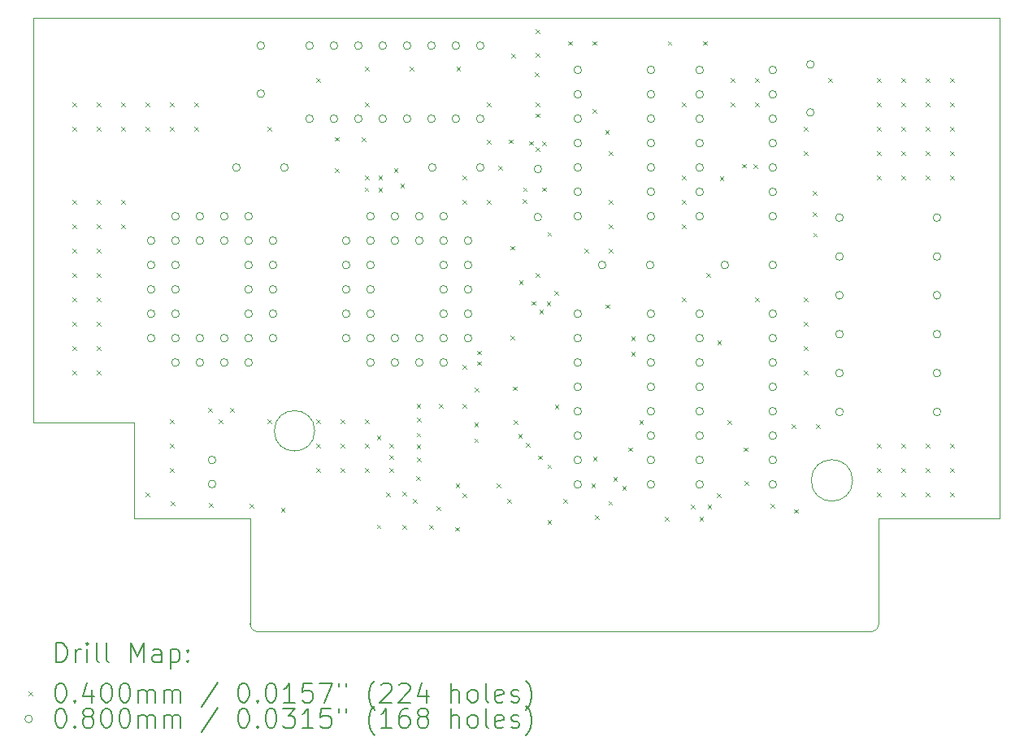
<source format=gbr>
%TF.GenerationSoftware,KiCad,Pcbnew,7.0.1*%
%TF.CreationDate,2023-03-19T20:13:47+09:00*%
%TF.ProjectId,project2,70726f6a-6563-4743-922e-6b696361645f,rev?*%
%TF.SameCoordinates,Original*%
%TF.FileFunction,Drillmap*%
%TF.FilePolarity,Positive*%
%FSLAX45Y45*%
G04 Gerber Fmt 4.5, Leading zero omitted, Abs format (unit mm)*
G04 Created by KiCad (PCBNEW 7.0.1) date 2023-03-19 20:13:47*
%MOMM*%
%LPD*%
G01*
G04 APERTURE LIST*
%ADD10C,0.100000*%
%ADD11C,0.200000*%
%ADD12C,0.040000*%
%ADD13C,0.080000*%
G04 APERTURE END LIST*
D10*
X11231521Y-12190523D02*
X11230795Y-13286721D01*
X17698798Y-13368950D02*
G75*
G03*
X17780009Y-13286539I-1208J82410D01*
G01*
X19035452Y-6973502D02*
X8968500Y-6973389D01*
X17507768Y-11792998D02*
G75*
G03*
X17507768Y-11792998I-215575J0D01*
G01*
X10021270Y-11191917D02*
X10021497Y-12190080D01*
X11903250Y-11276432D02*
G75*
G03*
X11903250Y-11276432I-210192J0D01*
G01*
X17780000Y-12192000D02*
X19039868Y-12192295D01*
X17780009Y-13286539D02*
X17780000Y-12192000D01*
X19039868Y-12192295D02*
X19035452Y-6973502D01*
X11313553Y-13369101D02*
X17698798Y-13368953D01*
X8968500Y-6973389D02*
X8969607Y-11192360D01*
X8969607Y-11192360D02*
X10021270Y-11191917D01*
X11230790Y-13286721D02*
G75*
G03*
X11313553Y-13369101I82760J381D01*
G01*
X10021497Y-12190080D02*
X11231521Y-12190523D01*
D11*
D12*
X9378000Y-7854000D02*
X9418000Y-7894000D01*
X9418000Y-7854000D02*
X9378000Y-7894000D01*
X9378000Y-8108000D02*
X9418000Y-8148000D01*
X9418000Y-8108000D02*
X9378000Y-8148000D01*
X9378000Y-8870000D02*
X9418000Y-8910000D01*
X9418000Y-8870000D02*
X9378000Y-8910000D01*
X9378000Y-9124000D02*
X9418000Y-9164000D01*
X9418000Y-9124000D02*
X9378000Y-9164000D01*
X9378000Y-9378000D02*
X9418000Y-9418000D01*
X9418000Y-9378000D02*
X9378000Y-9418000D01*
X9378000Y-9632000D02*
X9418000Y-9672000D01*
X9418000Y-9632000D02*
X9378000Y-9672000D01*
X9378000Y-9886000D02*
X9418000Y-9926000D01*
X9418000Y-9886000D02*
X9378000Y-9926000D01*
X9378000Y-10140000D02*
X9418000Y-10180000D01*
X9418000Y-10140000D02*
X9378000Y-10180000D01*
X9378000Y-10394000D02*
X9418000Y-10434000D01*
X9418000Y-10394000D02*
X9378000Y-10434000D01*
X9378000Y-10648000D02*
X9418000Y-10688000D01*
X9418000Y-10648000D02*
X9378000Y-10688000D01*
X9632000Y-7854000D02*
X9672000Y-7894000D01*
X9672000Y-7854000D02*
X9632000Y-7894000D01*
X9632000Y-8108000D02*
X9672000Y-8148000D01*
X9672000Y-8108000D02*
X9632000Y-8148000D01*
X9632000Y-8870000D02*
X9672000Y-8910000D01*
X9672000Y-8870000D02*
X9632000Y-8910000D01*
X9632000Y-9124000D02*
X9672000Y-9164000D01*
X9672000Y-9124000D02*
X9632000Y-9164000D01*
X9632000Y-9378000D02*
X9672000Y-9418000D01*
X9672000Y-9378000D02*
X9632000Y-9418000D01*
X9632000Y-9632000D02*
X9672000Y-9672000D01*
X9672000Y-9632000D02*
X9632000Y-9672000D01*
X9632000Y-9886000D02*
X9672000Y-9926000D01*
X9672000Y-9886000D02*
X9632000Y-9926000D01*
X9632000Y-10140000D02*
X9672000Y-10180000D01*
X9672000Y-10140000D02*
X9632000Y-10180000D01*
X9632000Y-10394000D02*
X9672000Y-10434000D01*
X9672000Y-10394000D02*
X9632000Y-10434000D01*
X9632000Y-10648000D02*
X9672000Y-10688000D01*
X9672000Y-10648000D02*
X9632000Y-10688000D01*
X9886000Y-7854000D02*
X9926000Y-7894000D01*
X9926000Y-7854000D02*
X9886000Y-7894000D01*
X9886000Y-8108000D02*
X9926000Y-8148000D01*
X9926000Y-8108000D02*
X9886000Y-8148000D01*
X9886000Y-8870000D02*
X9926000Y-8910000D01*
X9926000Y-8870000D02*
X9886000Y-8910000D01*
X9886000Y-9124000D02*
X9926000Y-9164000D01*
X9926000Y-9124000D02*
X9886000Y-9164000D01*
X10140000Y-7854000D02*
X10180000Y-7894000D01*
X10180000Y-7854000D02*
X10140000Y-7894000D01*
X10140000Y-8108000D02*
X10180000Y-8148000D01*
X10180000Y-8108000D02*
X10140000Y-8148000D01*
X10140000Y-11918000D02*
X10180000Y-11958000D01*
X10180000Y-11918000D02*
X10140000Y-11958000D01*
X10394000Y-7854000D02*
X10434000Y-7894000D01*
X10434000Y-7854000D02*
X10394000Y-7894000D01*
X10394000Y-8108000D02*
X10434000Y-8148000D01*
X10434000Y-8108000D02*
X10394000Y-8148000D01*
X10394000Y-11156000D02*
X10434000Y-11196000D01*
X10434000Y-11156000D02*
X10394000Y-11196000D01*
X10394000Y-11410000D02*
X10434000Y-11450000D01*
X10434000Y-11410000D02*
X10394000Y-11450000D01*
X10394000Y-11664000D02*
X10434000Y-11704000D01*
X10434000Y-11664000D02*
X10394000Y-11704000D01*
X10401419Y-12012372D02*
X10441419Y-12052372D01*
X10441419Y-12012372D02*
X10401419Y-12052372D01*
X10648000Y-7854000D02*
X10688000Y-7894000D01*
X10688000Y-7854000D02*
X10648000Y-7894000D01*
X10648000Y-8108000D02*
X10688000Y-8148000D01*
X10688000Y-8108000D02*
X10648000Y-8148000D01*
X10791601Y-11041497D02*
X10831601Y-11081497D01*
X10831601Y-11041497D02*
X10791601Y-11081497D01*
X10799422Y-12028784D02*
X10839422Y-12068784D01*
X10839422Y-12028784D02*
X10799422Y-12068784D01*
X10902000Y-11156000D02*
X10942000Y-11196000D01*
X10942000Y-11156000D02*
X10902000Y-11196000D01*
X11022197Y-11035803D02*
X11062197Y-11075803D01*
X11062197Y-11035803D02*
X11022197Y-11075803D01*
X11226147Y-12036990D02*
X11266147Y-12076990D01*
X11266147Y-12036990D02*
X11226147Y-12076990D01*
X11410000Y-8108000D02*
X11450000Y-8148000D01*
X11450000Y-8108000D02*
X11410000Y-8148000D01*
X11410000Y-11156000D02*
X11450000Y-11196000D01*
X11450000Y-11156000D02*
X11410000Y-11196000D01*
X11550645Y-12077869D02*
X11590645Y-12117869D01*
X11590645Y-12077869D02*
X11550645Y-12117869D01*
X11918000Y-7600000D02*
X11958000Y-7640000D01*
X11958000Y-7600000D02*
X11918000Y-7640000D01*
X11918000Y-11156000D02*
X11958000Y-11196000D01*
X11958000Y-11156000D02*
X11918000Y-11196000D01*
X11918000Y-11410000D02*
X11958000Y-11450000D01*
X11958000Y-11410000D02*
X11918000Y-11450000D01*
X11918000Y-11664000D02*
X11958000Y-11704000D01*
X11958000Y-11664000D02*
X11918000Y-11704000D01*
X12111902Y-8543542D02*
X12151902Y-8583542D01*
X12151902Y-8543542D02*
X12111902Y-8583542D01*
X12115258Y-8214621D02*
X12155258Y-8254621D01*
X12155258Y-8214621D02*
X12115258Y-8254621D01*
X12172000Y-11156000D02*
X12212000Y-11196000D01*
X12212000Y-11156000D02*
X12172000Y-11196000D01*
X12172000Y-11410000D02*
X12212000Y-11450000D01*
X12212000Y-11410000D02*
X12172000Y-11450000D01*
X12172000Y-11664000D02*
X12212000Y-11704000D01*
X12212000Y-11664000D02*
X12172000Y-11704000D01*
X12392329Y-8219950D02*
X12432329Y-8259950D01*
X12432329Y-8219950D02*
X12392329Y-8259950D01*
X12422622Y-8739703D02*
X12462622Y-8779703D01*
X12462622Y-8739703D02*
X12422622Y-8779703D01*
X12426000Y-7854000D02*
X12466000Y-7894000D01*
X12466000Y-7854000D02*
X12426000Y-7894000D01*
X12426000Y-8616000D02*
X12466000Y-8656000D01*
X12466000Y-8616000D02*
X12426000Y-8656000D01*
X12426000Y-11156000D02*
X12466000Y-11196000D01*
X12466000Y-11156000D02*
X12426000Y-11196000D01*
X12426000Y-11410000D02*
X12466000Y-11450000D01*
X12466000Y-11410000D02*
X12426000Y-11450000D01*
X12426000Y-11664000D02*
X12466000Y-11704000D01*
X12466000Y-11664000D02*
X12426000Y-11704000D01*
X12429026Y-7482186D02*
X12469026Y-7522186D01*
X12469026Y-7482186D02*
X12429026Y-7522186D01*
X12550238Y-11326183D02*
X12590238Y-11366183D01*
X12590238Y-11326183D02*
X12550238Y-11366183D01*
X12551921Y-12252902D02*
X12591921Y-12292902D01*
X12591921Y-12252902D02*
X12551921Y-12292902D01*
X12566754Y-8616161D02*
X12606754Y-8656161D01*
X12606754Y-8616161D02*
X12566754Y-8656161D01*
X12566754Y-8744850D02*
X12606754Y-8784850D01*
X12606754Y-8744850D02*
X12566754Y-8784850D01*
X12646904Y-11918000D02*
X12686904Y-11958000D01*
X12686904Y-11918000D02*
X12646904Y-11958000D01*
X12680000Y-11410000D02*
X12720000Y-11450000D01*
X12720000Y-11410000D02*
X12680000Y-11450000D01*
X12680000Y-11529710D02*
X12720000Y-11569710D01*
X12720000Y-11529710D02*
X12680000Y-11569710D01*
X12680000Y-11664000D02*
X12720000Y-11704000D01*
X12720000Y-11664000D02*
X12680000Y-11704000D01*
X12728081Y-8543495D02*
X12768081Y-8583495D01*
X12768081Y-8543495D02*
X12728081Y-8583495D01*
X12795671Y-8701947D02*
X12835671Y-8741947D01*
X12835671Y-8701947D02*
X12795671Y-8741947D01*
X12818012Y-11913570D02*
X12858012Y-11953570D01*
X12858012Y-11913570D02*
X12818012Y-11953570D01*
X12818012Y-12255499D02*
X12858012Y-12295499D01*
X12858012Y-12255499D02*
X12818012Y-12295499D01*
X12890694Y-7482186D02*
X12930694Y-7522186D01*
X12930694Y-7482186D02*
X12890694Y-7522186D01*
X12924876Y-11988619D02*
X12964876Y-12028619D01*
X12964876Y-11988619D02*
X12924876Y-12028619D01*
X12962764Y-11750291D02*
X13002764Y-11790291D01*
X13002764Y-11750291D02*
X12962764Y-11790291D01*
X12964694Y-10997339D02*
X13004694Y-11037339D01*
X13004694Y-10997339D02*
X12964694Y-11037339D01*
X12965817Y-11417954D02*
X13005817Y-11457954D01*
X13005817Y-11417954D02*
X12965817Y-11457954D01*
X12966399Y-11295751D02*
X13006399Y-11335751D01*
X13006399Y-11295751D02*
X12966399Y-11335751D01*
X12966894Y-11555428D02*
X13006894Y-11595428D01*
X13006894Y-11555428D02*
X12966894Y-11595428D01*
X12968104Y-11140577D02*
X13008104Y-11180577D01*
X13008104Y-11140577D02*
X12968104Y-11180577D01*
X13097771Y-12255877D02*
X13137771Y-12295877D01*
X13137771Y-12255877D02*
X13097771Y-12295877D01*
X13172426Y-12062576D02*
X13212426Y-12102576D01*
X13212426Y-12062576D02*
X13172426Y-12102576D01*
X13199265Y-10993222D02*
X13239265Y-11033222D01*
X13239265Y-10993222D02*
X13199265Y-11033222D01*
X13365100Y-12278190D02*
X13405100Y-12318190D01*
X13405100Y-12278190D02*
X13365100Y-12318190D01*
X13372179Y-11827264D02*
X13412179Y-11867264D01*
X13412179Y-11827264D02*
X13372179Y-11867264D01*
X13380249Y-7482186D02*
X13420249Y-7522186D01*
X13420249Y-7482186D02*
X13380249Y-7522186D01*
X13442000Y-8616000D02*
X13482000Y-8656000D01*
X13482000Y-8616000D02*
X13442000Y-8656000D01*
X13442000Y-8870000D02*
X13482000Y-8910000D01*
X13482000Y-8870000D02*
X13442000Y-8910000D01*
X13442000Y-10997693D02*
X13482000Y-11037693D01*
X13482000Y-10997693D02*
X13442000Y-11037693D01*
X13444314Y-10586686D02*
X13484314Y-10626686D01*
X13484314Y-10586686D02*
X13444314Y-10626686D01*
X13444629Y-11927836D02*
X13484629Y-11967836D01*
X13484629Y-11927836D02*
X13444629Y-11967836D01*
X13566876Y-11193214D02*
X13606876Y-11233214D01*
X13606876Y-11193214D02*
X13566876Y-11233214D01*
X13566876Y-11355305D02*
X13606876Y-11395305D01*
X13606876Y-11355305D02*
X13566876Y-11395305D01*
X13571788Y-10824826D02*
X13611788Y-10864826D01*
X13611788Y-10824826D02*
X13571788Y-10864826D01*
X13594446Y-10440833D02*
X13634446Y-10480833D01*
X13634446Y-10440833D02*
X13594446Y-10480833D01*
X13594446Y-10552234D02*
X13634446Y-10592234D01*
X13634446Y-10552234D02*
X13594446Y-10592234D01*
X13696000Y-7854000D02*
X13736000Y-7894000D01*
X13736000Y-7854000D02*
X13696000Y-7894000D01*
X13696000Y-8242220D02*
X13736000Y-8282220D01*
X13736000Y-8242220D02*
X13696000Y-8282220D01*
X13696000Y-8870000D02*
X13736000Y-8910000D01*
X13736000Y-8870000D02*
X13696000Y-8910000D01*
X13797946Y-11827264D02*
X13837946Y-11867264D01*
X13837946Y-11827264D02*
X13797946Y-11867264D01*
X13816295Y-8514859D02*
X13856295Y-8554859D01*
X13856295Y-8514859D02*
X13816295Y-8554859D01*
X13911093Y-11986605D02*
X13951093Y-12026605D01*
X13951093Y-11986605D02*
X13911093Y-12026605D01*
X13929063Y-8240754D02*
X13969063Y-8280754D01*
X13969063Y-8240754D02*
X13929063Y-8280754D01*
X13941368Y-10286298D02*
X13981368Y-10326298D01*
X13981368Y-10286298D02*
X13941368Y-10326298D01*
X13943087Y-9348611D02*
X13983087Y-9388611D01*
X13983087Y-9348611D02*
X13943087Y-9388611D01*
X13950000Y-7346000D02*
X13990000Y-7386000D01*
X13990000Y-7346000D02*
X13950000Y-7386000D01*
X13969185Y-10813748D02*
X14009185Y-10853748D01*
X14009185Y-10813748D02*
X13969185Y-10853748D01*
X13975580Y-11166755D02*
X14015580Y-11206755D01*
X14015580Y-11166755D02*
X13975580Y-11206755D01*
X14023120Y-11307410D02*
X14063120Y-11347410D01*
X14063120Y-11307410D02*
X14023120Y-11347410D01*
X14033361Y-9706494D02*
X14073361Y-9746494D01*
X14073361Y-9706494D02*
X14033361Y-9746494D01*
X14072142Y-8862614D02*
X14112142Y-8902614D01*
X14112142Y-8862614D02*
X14072142Y-8902614D01*
X14074377Y-8739695D02*
X14114377Y-8779695D01*
X14114377Y-8739695D02*
X14074377Y-8779695D01*
X14106425Y-11401684D02*
X14146425Y-11441684D01*
X14146425Y-11401684D02*
X14106425Y-11441684D01*
X14140742Y-8256701D02*
X14180742Y-8296701D01*
X14180742Y-8256701D02*
X14140742Y-8296701D01*
X14166433Y-9924662D02*
X14206433Y-9964662D01*
X14206433Y-9924662D02*
X14166433Y-9964662D01*
X14200054Y-7541164D02*
X14240054Y-7581164D01*
X14240054Y-7541164D02*
X14200054Y-7581164D01*
X14204000Y-7092000D02*
X14244000Y-7132000D01*
X14244000Y-7092000D02*
X14204000Y-7132000D01*
X14204000Y-7336155D02*
X14244000Y-7376155D01*
X14244000Y-7336155D02*
X14204000Y-7376155D01*
X14204000Y-7854000D02*
X14244000Y-7894000D01*
X14244000Y-7854000D02*
X14204000Y-7894000D01*
X14204000Y-7969535D02*
X14244000Y-8009535D01*
X14244000Y-7969535D02*
X14204000Y-8009535D01*
X14204000Y-9633993D02*
X14244000Y-9673993D01*
X14244000Y-9633993D02*
X14204000Y-9673993D01*
X14208658Y-8320236D02*
X14248658Y-8360236D01*
X14248658Y-8320236D02*
X14208658Y-8360236D01*
X14231666Y-11533575D02*
X14271666Y-11573575D01*
X14271666Y-11533575D02*
X14231666Y-11573575D01*
X14244702Y-10011212D02*
X14284702Y-10051212D01*
X14284702Y-10011212D02*
X14244702Y-10051212D01*
X14274383Y-8258892D02*
X14314383Y-8298892D01*
X14314383Y-8258892D02*
X14274383Y-8298892D01*
X14275067Y-8739037D02*
X14315067Y-8779037D01*
X14315067Y-8739037D02*
X14275067Y-8779037D01*
X14321067Y-9931222D02*
X14361067Y-9971222D01*
X14361067Y-9931222D02*
X14321067Y-9971222D01*
X14328593Y-11626721D02*
X14368593Y-11666721D01*
X14368593Y-11626721D02*
X14328593Y-11666721D01*
X14328593Y-12206347D02*
X14368593Y-12246347D01*
X14368593Y-12206347D02*
X14328593Y-12246347D01*
X14328978Y-9205700D02*
X14368978Y-9245700D01*
X14368978Y-9205700D02*
X14328978Y-9245700D01*
X14401150Y-9822113D02*
X14441150Y-9862113D01*
X14441150Y-9822113D02*
X14401150Y-9862113D01*
X14404815Y-11003359D02*
X14444815Y-11043359D01*
X14444815Y-11003359D02*
X14404815Y-11043359D01*
X14494377Y-11988857D02*
X14534377Y-12028857D01*
X14534377Y-11988857D02*
X14494377Y-12028857D01*
X14545993Y-7216055D02*
X14585993Y-7256055D01*
X14585993Y-7216055D02*
X14545993Y-7256055D01*
X14712000Y-9378000D02*
X14752000Y-9418000D01*
X14752000Y-9378000D02*
X14712000Y-9418000D01*
X14785004Y-11827502D02*
X14825004Y-11867502D01*
X14825004Y-11827502D02*
X14785004Y-11867502D01*
X14797994Y-7922495D02*
X14837994Y-7962495D01*
X14837994Y-7922495D02*
X14797994Y-7962495D01*
X14800834Y-7216055D02*
X14840834Y-7256055D01*
X14840834Y-7216055D02*
X14800834Y-7256055D01*
X14802020Y-11547709D02*
X14842020Y-11587709D01*
X14842020Y-11547709D02*
X14802020Y-11587709D01*
X14823862Y-12153824D02*
X14863862Y-12193824D01*
X14863862Y-12153824D02*
X14823862Y-12193824D01*
X14928939Y-8145477D02*
X14968939Y-8185477D01*
X14968939Y-8145477D02*
X14928939Y-8185477D01*
X14934591Y-9958548D02*
X14974591Y-9998548D01*
X14974591Y-9958548D02*
X14934591Y-9998548D01*
X14962670Y-12008155D02*
X15002670Y-12048155D01*
X15002670Y-12008155D02*
X14962670Y-12048155D01*
X14966000Y-8362000D02*
X15006000Y-8402000D01*
X15006000Y-8362000D02*
X14966000Y-8402000D01*
X14966000Y-8870000D02*
X15006000Y-8910000D01*
X15006000Y-8870000D02*
X14966000Y-8910000D01*
X14966000Y-9124000D02*
X15006000Y-9164000D01*
X15006000Y-9124000D02*
X14966000Y-9164000D01*
X14966000Y-9378000D02*
X15006000Y-9418000D01*
X15006000Y-9378000D02*
X14966000Y-9418000D01*
X15015010Y-11757289D02*
X15055010Y-11797289D01*
X15055010Y-11757289D02*
X15015010Y-11797289D01*
X15106666Y-11848945D02*
X15146666Y-11888945D01*
X15146666Y-11848945D02*
X15106666Y-11888945D01*
X15172951Y-11449738D02*
X15212951Y-11489738D01*
X15212951Y-11449738D02*
X15172951Y-11489738D01*
X15201337Y-10292247D02*
X15241337Y-10332247D01*
X15241337Y-10292247D02*
X15201337Y-10332247D01*
X15201337Y-10453198D02*
X15241337Y-10493198D01*
X15241337Y-10453198D02*
X15201337Y-10493198D01*
X15285569Y-11165114D02*
X15325569Y-11205114D01*
X15325569Y-11165114D02*
X15285569Y-11205114D01*
X15554058Y-12172000D02*
X15594058Y-12212000D01*
X15594058Y-12172000D02*
X15554058Y-12212000D01*
X15581286Y-7216055D02*
X15621286Y-7256055D01*
X15621286Y-7216055D02*
X15581286Y-7256055D01*
X15728000Y-7854000D02*
X15768000Y-7894000D01*
X15768000Y-7854000D02*
X15728000Y-7894000D01*
X15728000Y-8616000D02*
X15768000Y-8656000D01*
X15768000Y-8616000D02*
X15728000Y-8656000D01*
X15728000Y-8870000D02*
X15768000Y-8910000D01*
X15768000Y-8870000D02*
X15728000Y-8910000D01*
X15728000Y-9124000D02*
X15768000Y-9164000D01*
X15768000Y-9124000D02*
X15728000Y-9164000D01*
X15728000Y-9886000D02*
X15768000Y-9926000D01*
X15768000Y-9886000D02*
X15728000Y-9926000D01*
X15820885Y-12042949D02*
X15860885Y-12082949D01*
X15860885Y-12042949D02*
X15820885Y-12082949D01*
X15912366Y-12172000D02*
X15952366Y-12212000D01*
X15952366Y-12172000D02*
X15912366Y-12212000D01*
X15947621Y-7216055D02*
X15987621Y-7256055D01*
X15987621Y-7216055D02*
X15947621Y-7256055D01*
X15982000Y-9632000D02*
X16022000Y-9672000D01*
X16022000Y-9632000D02*
X15982000Y-9672000D01*
X15996053Y-12043213D02*
X16036053Y-12083213D01*
X16036053Y-12043213D02*
X15996053Y-12083213D01*
X16095462Y-11927114D02*
X16135462Y-11967114D01*
X16135462Y-11927114D02*
X16095462Y-11967114D01*
X16097580Y-10338081D02*
X16137580Y-10378081D01*
X16137580Y-10338081D02*
X16097580Y-10378081D01*
X16122824Y-8625647D02*
X16162824Y-8665647D01*
X16162824Y-8625647D02*
X16122824Y-8665647D01*
X16203420Y-11165114D02*
X16243420Y-11205114D01*
X16243420Y-11165114D02*
X16203420Y-11205114D01*
X16236000Y-7600000D02*
X16276000Y-7640000D01*
X16276000Y-7600000D02*
X16236000Y-7640000D01*
X16236000Y-7854000D02*
X16276000Y-7894000D01*
X16276000Y-7854000D02*
X16236000Y-7894000D01*
X16354829Y-8495071D02*
X16394829Y-8535071D01*
X16394829Y-8495071D02*
X16354829Y-8535071D01*
X16374420Y-11449992D02*
X16414420Y-11489992D01*
X16414420Y-11449992D02*
X16374420Y-11489992D01*
X16383412Y-11802518D02*
X16423412Y-11842518D01*
X16423412Y-11802518D02*
X16383412Y-11842518D01*
X16473460Y-8497270D02*
X16513460Y-8537270D01*
X16513460Y-8497270D02*
X16473460Y-8537270D01*
X16490000Y-7600000D02*
X16530000Y-7640000D01*
X16530000Y-7600000D02*
X16490000Y-7640000D01*
X16490000Y-7854000D02*
X16530000Y-7894000D01*
X16530000Y-7854000D02*
X16490000Y-7894000D01*
X16490000Y-9886000D02*
X16530000Y-9926000D01*
X16530000Y-9886000D02*
X16490000Y-9926000D01*
X16651114Y-12038647D02*
X16691114Y-12078647D01*
X16691114Y-12038647D02*
X16651114Y-12078647D01*
X16871547Y-11208064D02*
X16911547Y-11248064D01*
X16911547Y-11208064D02*
X16871547Y-11248064D01*
X16900265Y-12092855D02*
X16940265Y-12132855D01*
X16940265Y-12092855D02*
X16900265Y-12132855D01*
X16998000Y-8108000D02*
X17038000Y-8148000D01*
X17038000Y-8108000D02*
X16998000Y-8148000D01*
X16998000Y-8362000D02*
X17038000Y-8402000D01*
X17038000Y-8362000D02*
X16998000Y-8402000D01*
X16998000Y-9886000D02*
X17038000Y-9926000D01*
X17038000Y-9886000D02*
X16998000Y-9926000D01*
X16998000Y-10140000D02*
X17038000Y-10180000D01*
X17038000Y-10140000D02*
X16998000Y-10180000D01*
X16998000Y-10394000D02*
X17038000Y-10434000D01*
X17038000Y-10394000D02*
X16998000Y-10434000D01*
X16998000Y-10648000D02*
X17038000Y-10688000D01*
X17038000Y-10648000D02*
X16998000Y-10688000D01*
X17090580Y-8776330D02*
X17130580Y-8816330D01*
X17130580Y-8776330D02*
X17090580Y-8816330D01*
X17090580Y-8995365D02*
X17130580Y-9035365D01*
X17130580Y-8995365D02*
X17090580Y-9035365D01*
X17097646Y-9214400D02*
X17137646Y-9254400D01*
X17137646Y-9214400D02*
X17097646Y-9254400D01*
X17128872Y-11205203D02*
X17168872Y-11245203D01*
X17168872Y-11205203D02*
X17128872Y-11245203D01*
X17252000Y-7600000D02*
X17292000Y-7640000D01*
X17292000Y-7600000D02*
X17252000Y-7640000D01*
X17760000Y-7600000D02*
X17800000Y-7640000D01*
X17800000Y-7600000D02*
X17760000Y-7640000D01*
X17760000Y-7854000D02*
X17800000Y-7894000D01*
X17800000Y-7854000D02*
X17760000Y-7894000D01*
X17760000Y-8108000D02*
X17800000Y-8148000D01*
X17800000Y-8108000D02*
X17760000Y-8148000D01*
X17760000Y-8362000D02*
X17800000Y-8402000D01*
X17800000Y-8362000D02*
X17760000Y-8402000D01*
X17760000Y-8616000D02*
X17800000Y-8656000D01*
X17800000Y-8616000D02*
X17760000Y-8656000D01*
X17760000Y-11410000D02*
X17800000Y-11450000D01*
X17800000Y-11410000D02*
X17760000Y-11450000D01*
X17760000Y-11664000D02*
X17800000Y-11704000D01*
X17800000Y-11664000D02*
X17760000Y-11704000D01*
X17760000Y-11918000D02*
X17800000Y-11958000D01*
X17800000Y-11918000D02*
X17760000Y-11958000D01*
X18014000Y-7600000D02*
X18054000Y-7640000D01*
X18054000Y-7600000D02*
X18014000Y-7640000D01*
X18014000Y-7854000D02*
X18054000Y-7894000D01*
X18054000Y-7854000D02*
X18014000Y-7894000D01*
X18014000Y-8108000D02*
X18054000Y-8148000D01*
X18054000Y-8108000D02*
X18014000Y-8148000D01*
X18014000Y-8362000D02*
X18054000Y-8402000D01*
X18054000Y-8362000D02*
X18014000Y-8402000D01*
X18014000Y-8616000D02*
X18054000Y-8656000D01*
X18054000Y-8616000D02*
X18014000Y-8656000D01*
X18014000Y-11410000D02*
X18054000Y-11450000D01*
X18054000Y-11410000D02*
X18014000Y-11450000D01*
X18014000Y-11664000D02*
X18054000Y-11704000D01*
X18054000Y-11664000D02*
X18014000Y-11704000D01*
X18014000Y-11918000D02*
X18054000Y-11958000D01*
X18054000Y-11918000D02*
X18014000Y-11958000D01*
X18268000Y-7600000D02*
X18308000Y-7640000D01*
X18308000Y-7600000D02*
X18268000Y-7640000D01*
X18268000Y-7854000D02*
X18308000Y-7894000D01*
X18308000Y-7854000D02*
X18268000Y-7894000D01*
X18268000Y-8108000D02*
X18308000Y-8148000D01*
X18308000Y-8108000D02*
X18268000Y-8148000D01*
X18268000Y-8362000D02*
X18308000Y-8402000D01*
X18308000Y-8362000D02*
X18268000Y-8402000D01*
X18268000Y-8616000D02*
X18308000Y-8656000D01*
X18308000Y-8616000D02*
X18268000Y-8656000D01*
X18268000Y-11410000D02*
X18308000Y-11450000D01*
X18308000Y-11410000D02*
X18268000Y-11450000D01*
X18268000Y-11664000D02*
X18308000Y-11704000D01*
X18308000Y-11664000D02*
X18268000Y-11704000D01*
X18268000Y-11918000D02*
X18308000Y-11958000D01*
X18308000Y-11918000D02*
X18268000Y-11958000D01*
X18522000Y-7600000D02*
X18562000Y-7640000D01*
X18562000Y-7600000D02*
X18522000Y-7640000D01*
X18522000Y-7854000D02*
X18562000Y-7894000D01*
X18562000Y-7854000D02*
X18522000Y-7894000D01*
X18522000Y-8108000D02*
X18562000Y-8148000D01*
X18562000Y-8108000D02*
X18522000Y-8148000D01*
X18522000Y-8362000D02*
X18562000Y-8402000D01*
X18562000Y-8362000D02*
X18522000Y-8402000D01*
X18522000Y-8616000D02*
X18562000Y-8656000D01*
X18562000Y-8616000D02*
X18522000Y-8656000D01*
X18522000Y-11410000D02*
X18562000Y-11450000D01*
X18562000Y-11410000D02*
X18522000Y-11450000D01*
X18522000Y-11664000D02*
X18562000Y-11704000D01*
X18562000Y-11664000D02*
X18522000Y-11704000D01*
X18522000Y-11918000D02*
X18562000Y-11958000D01*
X18562000Y-11918000D02*
X18522000Y-11958000D01*
D13*
X10239287Y-9294614D02*
G75*
G03*
X10239287Y-9294614I-40000J0D01*
G01*
X10239287Y-9548614D02*
G75*
G03*
X10239287Y-9548614I-40000J0D01*
G01*
X10239287Y-9802614D02*
G75*
G03*
X10239287Y-9802614I-40000J0D01*
G01*
X10239287Y-10056614D02*
G75*
G03*
X10239287Y-10056614I-40000J0D01*
G01*
X10239287Y-10310614D02*
G75*
G03*
X10239287Y-10310614I-40000J0D01*
G01*
X10493287Y-9040614D02*
G75*
G03*
X10493287Y-9040614I-40000J0D01*
G01*
X10493287Y-9294614D02*
G75*
G03*
X10493287Y-9294614I-40000J0D01*
G01*
X10493287Y-9548614D02*
G75*
G03*
X10493287Y-9548614I-40000J0D01*
G01*
X10493287Y-9802614D02*
G75*
G03*
X10493287Y-9802614I-40000J0D01*
G01*
X10493287Y-10056614D02*
G75*
G03*
X10493287Y-10056614I-40000J0D01*
G01*
X10493287Y-10310614D02*
G75*
G03*
X10493287Y-10310614I-40000J0D01*
G01*
X10493287Y-10564614D02*
G75*
G03*
X10493287Y-10564614I-40000J0D01*
G01*
X10747287Y-9040614D02*
G75*
G03*
X10747287Y-9040614I-40000J0D01*
G01*
X10747287Y-9294614D02*
G75*
G03*
X10747287Y-9294614I-40000J0D01*
G01*
X10747287Y-10310614D02*
G75*
G03*
X10747287Y-10310614I-40000J0D01*
G01*
X10747287Y-10564614D02*
G75*
G03*
X10747287Y-10564614I-40000J0D01*
G01*
X10874287Y-11580614D02*
G75*
G03*
X10874287Y-11580614I-40000J0D01*
G01*
X10874287Y-11830614D02*
G75*
G03*
X10874287Y-11830614I-40000J0D01*
G01*
X11001287Y-9040614D02*
G75*
G03*
X11001287Y-9040614I-40000J0D01*
G01*
X11001287Y-9294614D02*
G75*
G03*
X11001287Y-9294614I-40000J0D01*
G01*
X11001287Y-10310614D02*
G75*
G03*
X11001287Y-10310614I-40000J0D01*
G01*
X11001287Y-10564614D02*
G75*
G03*
X11001287Y-10564614I-40000J0D01*
G01*
X11128287Y-8532614D02*
G75*
G03*
X11128287Y-8532614I-40000J0D01*
G01*
X11255287Y-9040614D02*
G75*
G03*
X11255287Y-9040614I-40000J0D01*
G01*
X11255287Y-9294614D02*
G75*
G03*
X11255287Y-9294614I-40000J0D01*
G01*
X11255287Y-9548614D02*
G75*
G03*
X11255287Y-9548614I-40000J0D01*
G01*
X11255287Y-9802614D02*
G75*
G03*
X11255287Y-9802614I-40000J0D01*
G01*
X11255287Y-10056614D02*
G75*
G03*
X11255287Y-10056614I-40000J0D01*
G01*
X11255287Y-10310614D02*
G75*
G03*
X11255287Y-10310614I-40000J0D01*
G01*
X11255287Y-10564614D02*
G75*
G03*
X11255287Y-10564614I-40000J0D01*
G01*
X11382287Y-7262614D02*
G75*
G03*
X11382287Y-7262614I-40000J0D01*
G01*
X11382287Y-7762614D02*
G75*
G03*
X11382287Y-7762614I-40000J0D01*
G01*
X11509287Y-9294614D02*
G75*
G03*
X11509287Y-9294614I-40000J0D01*
G01*
X11509287Y-9548614D02*
G75*
G03*
X11509287Y-9548614I-40000J0D01*
G01*
X11509287Y-9802614D02*
G75*
G03*
X11509287Y-9802614I-40000J0D01*
G01*
X11509287Y-10056614D02*
G75*
G03*
X11509287Y-10056614I-40000J0D01*
G01*
X11509287Y-10310614D02*
G75*
G03*
X11509287Y-10310614I-40000J0D01*
G01*
X11628287Y-8532614D02*
G75*
G03*
X11628287Y-8532614I-40000J0D01*
G01*
X11890287Y-7262614D02*
G75*
G03*
X11890287Y-7262614I-40000J0D01*
G01*
X11890287Y-8024614D02*
G75*
G03*
X11890287Y-8024614I-40000J0D01*
G01*
X12144287Y-7262614D02*
G75*
G03*
X12144287Y-7262614I-40000J0D01*
G01*
X12144287Y-8024614D02*
G75*
G03*
X12144287Y-8024614I-40000J0D01*
G01*
X12271287Y-9294614D02*
G75*
G03*
X12271287Y-9294614I-40000J0D01*
G01*
X12271287Y-9548614D02*
G75*
G03*
X12271287Y-9548614I-40000J0D01*
G01*
X12271287Y-9802614D02*
G75*
G03*
X12271287Y-9802614I-40000J0D01*
G01*
X12271287Y-10056614D02*
G75*
G03*
X12271287Y-10056614I-40000J0D01*
G01*
X12271287Y-10310614D02*
G75*
G03*
X12271287Y-10310614I-40000J0D01*
G01*
X12398287Y-7262614D02*
G75*
G03*
X12398287Y-7262614I-40000J0D01*
G01*
X12398287Y-8024614D02*
G75*
G03*
X12398287Y-8024614I-40000J0D01*
G01*
X12525287Y-9040614D02*
G75*
G03*
X12525287Y-9040614I-40000J0D01*
G01*
X12525287Y-9294614D02*
G75*
G03*
X12525287Y-9294614I-40000J0D01*
G01*
X12525287Y-9548614D02*
G75*
G03*
X12525287Y-9548614I-40000J0D01*
G01*
X12525287Y-9802614D02*
G75*
G03*
X12525287Y-9802614I-40000J0D01*
G01*
X12525287Y-10056614D02*
G75*
G03*
X12525287Y-10056614I-40000J0D01*
G01*
X12525287Y-10310614D02*
G75*
G03*
X12525287Y-10310614I-40000J0D01*
G01*
X12525287Y-10564614D02*
G75*
G03*
X12525287Y-10564614I-40000J0D01*
G01*
X12652287Y-7262614D02*
G75*
G03*
X12652287Y-7262614I-40000J0D01*
G01*
X12652287Y-8024614D02*
G75*
G03*
X12652287Y-8024614I-40000J0D01*
G01*
X12779287Y-9040614D02*
G75*
G03*
X12779287Y-9040614I-40000J0D01*
G01*
X12779287Y-9294614D02*
G75*
G03*
X12779287Y-9294614I-40000J0D01*
G01*
X12779287Y-10310614D02*
G75*
G03*
X12779287Y-10310614I-40000J0D01*
G01*
X12779287Y-10564614D02*
G75*
G03*
X12779287Y-10564614I-40000J0D01*
G01*
X12906287Y-7262614D02*
G75*
G03*
X12906287Y-7262614I-40000J0D01*
G01*
X12906287Y-8024614D02*
G75*
G03*
X12906287Y-8024614I-40000J0D01*
G01*
X13033287Y-9040614D02*
G75*
G03*
X13033287Y-9040614I-40000J0D01*
G01*
X13033287Y-9294614D02*
G75*
G03*
X13033287Y-9294614I-40000J0D01*
G01*
X13033287Y-10310614D02*
G75*
G03*
X13033287Y-10310614I-40000J0D01*
G01*
X13033287Y-10564614D02*
G75*
G03*
X13033287Y-10564614I-40000J0D01*
G01*
X13160287Y-7262614D02*
G75*
G03*
X13160287Y-7262614I-40000J0D01*
G01*
X13160287Y-8024614D02*
G75*
G03*
X13160287Y-8024614I-40000J0D01*
G01*
X13168287Y-8532614D02*
G75*
G03*
X13168287Y-8532614I-40000J0D01*
G01*
X13287287Y-9040614D02*
G75*
G03*
X13287287Y-9040614I-40000J0D01*
G01*
X13287287Y-9294614D02*
G75*
G03*
X13287287Y-9294614I-40000J0D01*
G01*
X13287287Y-9548614D02*
G75*
G03*
X13287287Y-9548614I-40000J0D01*
G01*
X13287287Y-9802614D02*
G75*
G03*
X13287287Y-9802614I-40000J0D01*
G01*
X13287287Y-10056614D02*
G75*
G03*
X13287287Y-10056614I-40000J0D01*
G01*
X13287287Y-10310614D02*
G75*
G03*
X13287287Y-10310614I-40000J0D01*
G01*
X13287287Y-10564614D02*
G75*
G03*
X13287287Y-10564614I-40000J0D01*
G01*
X13414287Y-7262614D02*
G75*
G03*
X13414287Y-7262614I-40000J0D01*
G01*
X13414287Y-8024614D02*
G75*
G03*
X13414287Y-8024614I-40000J0D01*
G01*
X13541287Y-9294614D02*
G75*
G03*
X13541287Y-9294614I-40000J0D01*
G01*
X13541287Y-9548614D02*
G75*
G03*
X13541287Y-9548614I-40000J0D01*
G01*
X13541287Y-9802614D02*
G75*
G03*
X13541287Y-9802614I-40000J0D01*
G01*
X13541287Y-10056614D02*
G75*
G03*
X13541287Y-10056614I-40000J0D01*
G01*
X13541287Y-10310614D02*
G75*
G03*
X13541287Y-10310614I-40000J0D01*
G01*
X13668287Y-7262614D02*
G75*
G03*
X13668287Y-7262614I-40000J0D01*
G01*
X13668287Y-8024614D02*
G75*
G03*
X13668287Y-8024614I-40000J0D01*
G01*
X13668287Y-8532614D02*
G75*
G03*
X13668287Y-8532614I-40000J0D01*
G01*
X14268879Y-8548962D02*
G75*
G03*
X14268879Y-8548962I-40000J0D01*
G01*
X14268879Y-9048962D02*
G75*
G03*
X14268879Y-9048962I-40000J0D01*
G01*
X14684287Y-7516114D02*
G75*
G03*
X14684287Y-7516114I-40000J0D01*
G01*
X14684287Y-7770114D02*
G75*
G03*
X14684287Y-7770114I-40000J0D01*
G01*
X14684287Y-8024114D02*
G75*
G03*
X14684287Y-8024114I-40000J0D01*
G01*
X14684287Y-8278114D02*
G75*
G03*
X14684287Y-8278114I-40000J0D01*
G01*
X14684287Y-8532114D02*
G75*
G03*
X14684287Y-8532114I-40000J0D01*
G01*
X14684287Y-8786114D02*
G75*
G03*
X14684287Y-8786114I-40000J0D01*
G01*
X14684287Y-9040114D02*
G75*
G03*
X14684287Y-9040114I-40000J0D01*
G01*
X14684287Y-10056614D02*
G75*
G03*
X14684287Y-10056614I-40000J0D01*
G01*
X14684287Y-10310614D02*
G75*
G03*
X14684287Y-10310614I-40000J0D01*
G01*
X14684287Y-10564614D02*
G75*
G03*
X14684287Y-10564614I-40000J0D01*
G01*
X14684287Y-10818614D02*
G75*
G03*
X14684287Y-10818614I-40000J0D01*
G01*
X14684287Y-11072614D02*
G75*
G03*
X14684287Y-11072614I-40000J0D01*
G01*
X14684287Y-11326614D02*
G75*
G03*
X14684287Y-11326614I-40000J0D01*
G01*
X14684287Y-11580614D02*
G75*
G03*
X14684287Y-11580614I-40000J0D01*
G01*
X14684287Y-11834614D02*
G75*
G03*
X14684287Y-11834614I-40000J0D01*
G01*
X14938287Y-9548614D02*
G75*
G03*
X14938287Y-9548614I-40000J0D01*
G01*
X15438287Y-9548614D02*
G75*
G03*
X15438287Y-9548614I-40000J0D01*
G01*
X15446287Y-7516114D02*
G75*
G03*
X15446287Y-7516114I-40000J0D01*
G01*
X15446287Y-7770114D02*
G75*
G03*
X15446287Y-7770114I-40000J0D01*
G01*
X15446287Y-8024114D02*
G75*
G03*
X15446287Y-8024114I-40000J0D01*
G01*
X15446287Y-8278114D02*
G75*
G03*
X15446287Y-8278114I-40000J0D01*
G01*
X15446287Y-8532114D02*
G75*
G03*
X15446287Y-8532114I-40000J0D01*
G01*
X15446287Y-8786114D02*
G75*
G03*
X15446287Y-8786114I-40000J0D01*
G01*
X15446287Y-9040114D02*
G75*
G03*
X15446287Y-9040114I-40000J0D01*
G01*
X15446287Y-10056614D02*
G75*
G03*
X15446287Y-10056614I-40000J0D01*
G01*
X15446287Y-10310614D02*
G75*
G03*
X15446287Y-10310614I-40000J0D01*
G01*
X15446287Y-10564614D02*
G75*
G03*
X15446287Y-10564614I-40000J0D01*
G01*
X15446287Y-10818614D02*
G75*
G03*
X15446287Y-10818614I-40000J0D01*
G01*
X15446287Y-11072614D02*
G75*
G03*
X15446287Y-11072614I-40000J0D01*
G01*
X15446287Y-11326614D02*
G75*
G03*
X15446287Y-11326614I-40000J0D01*
G01*
X15446287Y-11580614D02*
G75*
G03*
X15446287Y-11580614I-40000J0D01*
G01*
X15446287Y-11834614D02*
G75*
G03*
X15446287Y-11834614I-40000J0D01*
G01*
X15954287Y-7516614D02*
G75*
G03*
X15954287Y-7516614I-40000J0D01*
G01*
X15954287Y-7770614D02*
G75*
G03*
X15954287Y-7770614I-40000J0D01*
G01*
X15954287Y-8024614D02*
G75*
G03*
X15954287Y-8024614I-40000J0D01*
G01*
X15954287Y-8278614D02*
G75*
G03*
X15954287Y-8278614I-40000J0D01*
G01*
X15954287Y-8532614D02*
G75*
G03*
X15954287Y-8532614I-40000J0D01*
G01*
X15954287Y-8786614D02*
G75*
G03*
X15954287Y-8786614I-40000J0D01*
G01*
X15954287Y-9040614D02*
G75*
G03*
X15954287Y-9040614I-40000J0D01*
G01*
X15954287Y-10056614D02*
G75*
G03*
X15954287Y-10056614I-40000J0D01*
G01*
X15954287Y-10310614D02*
G75*
G03*
X15954287Y-10310614I-40000J0D01*
G01*
X15954287Y-10564614D02*
G75*
G03*
X15954287Y-10564614I-40000J0D01*
G01*
X15954287Y-10818614D02*
G75*
G03*
X15954287Y-10818614I-40000J0D01*
G01*
X15954287Y-11072614D02*
G75*
G03*
X15954287Y-11072614I-40000J0D01*
G01*
X15954287Y-11326614D02*
G75*
G03*
X15954287Y-11326614I-40000J0D01*
G01*
X15954287Y-11580614D02*
G75*
G03*
X15954287Y-11580614I-40000J0D01*
G01*
X15954287Y-11834614D02*
G75*
G03*
X15954287Y-11834614I-40000J0D01*
G01*
X16216287Y-9548614D02*
G75*
G03*
X16216287Y-9548614I-40000J0D01*
G01*
X16716287Y-7516614D02*
G75*
G03*
X16716287Y-7516614I-40000J0D01*
G01*
X16716287Y-7770614D02*
G75*
G03*
X16716287Y-7770614I-40000J0D01*
G01*
X16716287Y-8024614D02*
G75*
G03*
X16716287Y-8024614I-40000J0D01*
G01*
X16716287Y-8278614D02*
G75*
G03*
X16716287Y-8278614I-40000J0D01*
G01*
X16716287Y-8532614D02*
G75*
G03*
X16716287Y-8532614I-40000J0D01*
G01*
X16716287Y-8786614D02*
G75*
G03*
X16716287Y-8786614I-40000J0D01*
G01*
X16716287Y-9040614D02*
G75*
G03*
X16716287Y-9040614I-40000J0D01*
G01*
X16716287Y-9548614D02*
G75*
G03*
X16716287Y-9548614I-40000J0D01*
G01*
X16716287Y-10056614D02*
G75*
G03*
X16716287Y-10056614I-40000J0D01*
G01*
X16716287Y-10310614D02*
G75*
G03*
X16716287Y-10310614I-40000J0D01*
G01*
X16716287Y-10564614D02*
G75*
G03*
X16716287Y-10564614I-40000J0D01*
G01*
X16716287Y-10818614D02*
G75*
G03*
X16716287Y-10818614I-40000J0D01*
G01*
X16716287Y-11072614D02*
G75*
G03*
X16716287Y-11072614I-40000J0D01*
G01*
X16716287Y-11326614D02*
G75*
G03*
X16716287Y-11326614I-40000J0D01*
G01*
X16716287Y-11580614D02*
G75*
G03*
X16716287Y-11580614I-40000J0D01*
G01*
X16716287Y-11834614D02*
G75*
G03*
X16716287Y-11834614I-40000J0D01*
G01*
X17107116Y-7459035D02*
G75*
G03*
X17107116Y-7459035I-40000J0D01*
G01*
X17107116Y-7959035D02*
G75*
G03*
X17107116Y-7959035I-40000J0D01*
G01*
X17410546Y-9054497D02*
G75*
G03*
X17410546Y-9054497I-40000J0D01*
G01*
X17410546Y-9459497D02*
G75*
G03*
X17410546Y-9459497I-40000J0D01*
G01*
X17410546Y-9864497D02*
G75*
G03*
X17410546Y-9864497I-40000J0D01*
G01*
X17410546Y-10269497D02*
G75*
G03*
X17410546Y-10269497I-40000J0D01*
G01*
X17410546Y-10674497D02*
G75*
G03*
X17410546Y-10674497I-40000J0D01*
G01*
X17410546Y-11079497D02*
G75*
G03*
X17410546Y-11079497I-40000J0D01*
G01*
X18426546Y-9054497D02*
G75*
G03*
X18426546Y-9054497I-40000J0D01*
G01*
X18426546Y-9459497D02*
G75*
G03*
X18426546Y-9459497I-40000J0D01*
G01*
X18426546Y-9864497D02*
G75*
G03*
X18426546Y-9864497I-40000J0D01*
G01*
X18426546Y-10269497D02*
G75*
G03*
X18426546Y-10269497I-40000J0D01*
G01*
X18426546Y-10674497D02*
G75*
G03*
X18426546Y-10674497I-40000J0D01*
G01*
X18426546Y-11079497D02*
G75*
G03*
X18426546Y-11079497I-40000J0D01*
G01*
D11*
X9211119Y-13686625D02*
X9211119Y-13486625D01*
X9211119Y-13486625D02*
X9258738Y-13486625D01*
X9258738Y-13486625D02*
X9287309Y-13496149D01*
X9287309Y-13496149D02*
X9306357Y-13515196D01*
X9306357Y-13515196D02*
X9315880Y-13534244D01*
X9315880Y-13534244D02*
X9325404Y-13572339D01*
X9325404Y-13572339D02*
X9325404Y-13600910D01*
X9325404Y-13600910D02*
X9315880Y-13639006D01*
X9315880Y-13639006D02*
X9306357Y-13658053D01*
X9306357Y-13658053D02*
X9287309Y-13677101D01*
X9287309Y-13677101D02*
X9258738Y-13686625D01*
X9258738Y-13686625D02*
X9211119Y-13686625D01*
X9411119Y-13686625D02*
X9411119Y-13553291D01*
X9411119Y-13591387D02*
X9420642Y-13572339D01*
X9420642Y-13572339D02*
X9430166Y-13562815D01*
X9430166Y-13562815D02*
X9449214Y-13553291D01*
X9449214Y-13553291D02*
X9468261Y-13553291D01*
X9534928Y-13686625D02*
X9534928Y-13553291D01*
X9534928Y-13486625D02*
X9525404Y-13496149D01*
X9525404Y-13496149D02*
X9534928Y-13505672D01*
X9534928Y-13505672D02*
X9544452Y-13496149D01*
X9544452Y-13496149D02*
X9534928Y-13486625D01*
X9534928Y-13486625D02*
X9534928Y-13505672D01*
X9658738Y-13686625D02*
X9639690Y-13677101D01*
X9639690Y-13677101D02*
X9630166Y-13658053D01*
X9630166Y-13658053D02*
X9630166Y-13486625D01*
X9763499Y-13686625D02*
X9744452Y-13677101D01*
X9744452Y-13677101D02*
X9734928Y-13658053D01*
X9734928Y-13658053D02*
X9734928Y-13486625D01*
X9992071Y-13686625D02*
X9992071Y-13486625D01*
X9992071Y-13486625D02*
X10058738Y-13629482D01*
X10058738Y-13629482D02*
X10125404Y-13486625D01*
X10125404Y-13486625D02*
X10125404Y-13686625D01*
X10306357Y-13686625D02*
X10306357Y-13581863D01*
X10306357Y-13581863D02*
X10296833Y-13562815D01*
X10296833Y-13562815D02*
X10277785Y-13553291D01*
X10277785Y-13553291D02*
X10239690Y-13553291D01*
X10239690Y-13553291D02*
X10220642Y-13562815D01*
X10306357Y-13677101D02*
X10287309Y-13686625D01*
X10287309Y-13686625D02*
X10239690Y-13686625D01*
X10239690Y-13686625D02*
X10220642Y-13677101D01*
X10220642Y-13677101D02*
X10211119Y-13658053D01*
X10211119Y-13658053D02*
X10211119Y-13639006D01*
X10211119Y-13639006D02*
X10220642Y-13619958D01*
X10220642Y-13619958D02*
X10239690Y-13610434D01*
X10239690Y-13610434D02*
X10287309Y-13610434D01*
X10287309Y-13610434D02*
X10306357Y-13600910D01*
X10401595Y-13553291D02*
X10401595Y-13753291D01*
X10401595Y-13562815D02*
X10420642Y-13553291D01*
X10420642Y-13553291D02*
X10458738Y-13553291D01*
X10458738Y-13553291D02*
X10477785Y-13562815D01*
X10477785Y-13562815D02*
X10487309Y-13572339D01*
X10487309Y-13572339D02*
X10496833Y-13591387D01*
X10496833Y-13591387D02*
X10496833Y-13648529D01*
X10496833Y-13648529D02*
X10487309Y-13667577D01*
X10487309Y-13667577D02*
X10477785Y-13677101D01*
X10477785Y-13677101D02*
X10458738Y-13686625D01*
X10458738Y-13686625D02*
X10420642Y-13686625D01*
X10420642Y-13686625D02*
X10401595Y-13677101D01*
X10582547Y-13667577D02*
X10592071Y-13677101D01*
X10592071Y-13677101D02*
X10582547Y-13686625D01*
X10582547Y-13686625D02*
X10573023Y-13677101D01*
X10573023Y-13677101D02*
X10582547Y-13667577D01*
X10582547Y-13667577D02*
X10582547Y-13686625D01*
X10582547Y-13562815D02*
X10592071Y-13572339D01*
X10592071Y-13572339D02*
X10582547Y-13581863D01*
X10582547Y-13581863D02*
X10573023Y-13572339D01*
X10573023Y-13572339D02*
X10582547Y-13562815D01*
X10582547Y-13562815D02*
X10582547Y-13581863D01*
D12*
X8923500Y-13994101D02*
X8963500Y-14034101D01*
X8963500Y-13994101D02*
X8923500Y-14034101D01*
D11*
X9249214Y-13906625D02*
X9268261Y-13906625D01*
X9268261Y-13906625D02*
X9287309Y-13916149D01*
X9287309Y-13916149D02*
X9296833Y-13925672D01*
X9296833Y-13925672D02*
X9306357Y-13944720D01*
X9306357Y-13944720D02*
X9315880Y-13982815D01*
X9315880Y-13982815D02*
X9315880Y-14030434D01*
X9315880Y-14030434D02*
X9306357Y-14068529D01*
X9306357Y-14068529D02*
X9296833Y-14087577D01*
X9296833Y-14087577D02*
X9287309Y-14097101D01*
X9287309Y-14097101D02*
X9268261Y-14106625D01*
X9268261Y-14106625D02*
X9249214Y-14106625D01*
X9249214Y-14106625D02*
X9230166Y-14097101D01*
X9230166Y-14097101D02*
X9220642Y-14087577D01*
X9220642Y-14087577D02*
X9211119Y-14068529D01*
X9211119Y-14068529D02*
X9201595Y-14030434D01*
X9201595Y-14030434D02*
X9201595Y-13982815D01*
X9201595Y-13982815D02*
X9211119Y-13944720D01*
X9211119Y-13944720D02*
X9220642Y-13925672D01*
X9220642Y-13925672D02*
X9230166Y-13916149D01*
X9230166Y-13916149D02*
X9249214Y-13906625D01*
X9401595Y-14087577D02*
X9411119Y-14097101D01*
X9411119Y-14097101D02*
X9401595Y-14106625D01*
X9401595Y-14106625D02*
X9392071Y-14097101D01*
X9392071Y-14097101D02*
X9401595Y-14087577D01*
X9401595Y-14087577D02*
X9401595Y-14106625D01*
X9582547Y-13973291D02*
X9582547Y-14106625D01*
X9534928Y-13897101D02*
X9487309Y-14039958D01*
X9487309Y-14039958D02*
X9611119Y-14039958D01*
X9725404Y-13906625D02*
X9744452Y-13906625D01*
X9744452Y-13906625D02*
X9763500Y-13916149D01*
X9763500Y-13916149D02*
X9773023Y-13925672D01*
X9773023Y-13925672D02*
X9782547Y-13944720D01*
X9782547Y-13944720D02*
X9792071Y-13982815D01*
X9792071Y-13982815D02*
X9792071Y-14030434D01*
X9792071Y-14030434D02*
X9782547Y-14068529D01*
X9782547Y-14068529D02*
X9773023Y-14087577D01*
X9773023Y-14087577D02*
X9763500Y-14097101D01*
X9763500Y-14097101D02*
X9744452Y-14106625D01*
X9744452Y-14106625D02*
X9725404Y-14106625D01*
X9725404Y-14106625D02*
X9706357Y-14097101D01*
X9706357Y-14097101D02*
X9696833Y-14087577D01*
X9696833Y-14087577D02*
X9687309Y-14068529D01*
X9687309Y-14068529D02*
X9677785Y-14030434D01*
X9677785Y-14030434D02*
X9677785Y-13982815D01*
X9677785Y-13982815D02*
X9687309Y-13944720D01*
X9687309Y-13944720D02*
X9696833Y-13925672D01*
X9696833Y-13925672D02*
X9706357Y-13916149D01*
X9706357Y-13916149D02*
X9725404Y-13906625D01*
X9915880Y-13906625D02*
X9934928Y-13906625D01*
X9934928Y-13906625D02*
X9953976Y-13916149D01*
X9953976Y-13916149D02*
X9963500Y-13925672D01*
X9963500Y-13925672D02*
X9973023Y-13944720D01*
X9973023Y-13944720D02*
X9982547Y-13982815D01*
X9982547Y-13982815D02*
X9982547Y-14030434D01*
X9982547Y-14030434D02*
X9973023Y-14068529D01*
X9973023Y-14068529D02*
X9963500Y-14087577D01*
X9963500Y-14087577D02*
X9953976Y-14097101D01*
X9953976Y-14097101D02*
X9934928Y-14106625D01*
X9934928Y-14106625D02*
X9915880Y-14106625D01*
X9915880Y-14106625D02*
X9896833Y-14097101D01*
X9896833Y-14097101D02*
X9887309Y-14087577D01*
X9887309Y-14087577D02*
X9877785Y-14068529D01*
X9877785Y-14068529D02*
X9868261Y-14030434D01*
X9868261Y-14030434D02*
X9868261Y-13982815D01*
X9868261Y-13982815D02*
X9877785Y-13944720D01*
X9877785Y-13944720D02*
X9887309Y-13925672D01*
X9887309Y-13925672D02*
X9896833Y-13916149D01*
X9896833Y-13916149D02*
X9915880Y-13906625D01*
X10068261Y-14106625D02*
X10068261Y-13973291D01*
X10068261Y-13992339D02*
X10077785Y-13982815D01*
X10077785Y-13982815D02*
X10096833Y-13973291D01*
X10096833Y-13973291D02*
X10125404Y-13973291D01*
X10125404Y-13973291D02*
X10144452Y-13982815D01*
X10144452Y-13982815D02*
X10153976Y-14001863D01*
X10153976Y-14001863D02*
X10153976Y-14106625D01*
X10153976Y-14001863D02*
X10163500Y-13982815D01*
X10163500Y-13982815D02*
X10182547Y-13973291D01*
X10182547Y-13973291D02*
X10211119Y-13973291D01*
X10211119Y-13973291D02*
X10230166Y-13982815D01*
X10230166Y-13982815D02*
X10239690Y-14001863D01*
X10239690Y-14001863D02*
X10239690Y-14106625D01*
X10334928Y-14106625D02*
X10334928Y-13973291D01*
X10334928Y-13992339D02*
X10344452Y-13982815D01*
X10344452Y-13982815D02*
X10363500Y-13973291D01*
X10363500Y-13973291D02*
X10392071Y-13973291D01*
X10392071Y-13973291D02*
X10411119Y-13982815D01*
X10411119Y-13982815D02*
X10420642Y-14001863D01*
X10420642Y-14001863D02*
X10420642Y-14106625D01*
X10420642Y-14001863D02*
X10430166Y-13982815D01*
X10430166Y-13982815D02*
X10449214Y-13973291D01*
X10449214Y-13973291D02*
X10477785Y-13973291D01*
X10477785Y-13973291D02*
X10496833Y-13982815D01*
X10496833Y-13982815D02*
X10506357Y-14001863D01*
X10506357Y-14001863D02*
X10506357Y-14106625D01*
X10896833Y-13897101D02*
X10725404Y-14154244D01*
X11153976Y-13906625D02*
X11173024Y-13906625D01*
X11173024Y-13906625D02*
X11192071Y-13916149D01*
X11192071Y-13916149D02*
X11201595Y-13925672D01*
X11201595Y-13925672D02*
X11211119Y-13944720D01*
X11211119Y-13944720D02*
X11220642Y-13982815D01*
X11220642Y-13982815D02*
X11220642Y-14030434D01*
X11220642Y-14030434D02*
X11211119Y-14068529D01*
X11211119Y-14068529D02*
X11201595Y-14087577D01*
X11201595Y-14087577D02*
X11192071Y-14097101D01*
X11192071Y-14097101D02*
X11173024Y-14106625D01*
X11173024Y-14106625D02*
X11153976Y-14106625D01*
X11153976Y-14106625D02*
X11134928Y-14097101D01*
X11134928Y-14097101D02*
X11125404Y-14087577D01*
X11125404Y-14087577D02*
X11115881Y-14068529D01*
X11115881Y-14068529D02*
X11106357Y-14030434D01*
X11106357Y-14030434D02*
X11106357Y-13982815D01*
X11106357Y-13982815D02*
X11115881Y-13944720D01*
X11115881Y-13944720D02*
X11125404Y-13925672D01*
X11125404Y-13925672D02*
X11134928Y-13916149D01*
X11134928Y-13916149D02*
X11153976Y-13906625D01*
X11306357Y-14087577D02*
X11315881Y-14097101D01*
X11315881Y-14097101D02*
X11306357Y-14106625D01*
X11306357Y-14106625D02*
X11296833Y-14097101D01*
X11296833Y-14097101D02*
X11306357Y-14087577D01*
X11306357Y-14087577D02*
X11306357Y-14106625D01*
X11439690Y-13906625D02*
X11458738Y-13906625D01*
X11458738Y-13906625D02*
X11477785Y-13916149D01*
X11477785Y-13916149D02*
X11487309Y-13925672D01*
X11487309Y-13925672D02*
X11496833Y-13944720D01*
X11496833Y-13944720D02*
X11506357Y-13982815D01*
X11506357Y-13982815D02*
X11506357Y-14030434D01*
X11506357Y-14030434D02*
X11496833Y-14068529D01*
X11496833Y-14068529D02*
X11487309Y-14087577D01*
X11487309Y-14087577D02*
X11477785Y-14097101D01*
X11477785Y-14097101D02*
X11458738Y-14106625D01*
X11458738Y-14106625D02*
X11439690Y-14106625D01*
X11439690Y-14106625D02*
X11420642Y-14097101D01*
X11420642Y-14097101D02*
X11411119Y-14087577D01*
X11411119Y-14087577D02*
X11401595Y-14068529D01*
X11401595Y-14068529D02*
X11392071Y-14030434D01*
X11392071Y-14030434D02*
X11392071Y-13982815D01*
X11392071Y-13982815D02*
X11401595Y-13944720D01*
X11401595Y-13944720D02*
X11411119Y-13925672D01*
X11411119Y-13925672D02*
X11420642Y-13916149D01*
X11420642Y-13916149D02*
X11439690Y-13906625D01*
X11696833Y-14106625D02*
X11582547Y-14106625D01*
X11639690Y-14106625D02*
X11639690Y-13906625D01*
X11639690Y-13906625D02*
X11620642Y-13935196D01*
X11620642Y-13935196D02*
X11601595Y-13954244D01*
X11601595Y-13954244D02*
X11582547Y-13963768D01*
X11877785Y-13906625D02*
X11782547Y-13906625D01*
X11782547Y-13906625D02*
X11773023Y-14001863D01*
X11773023Y-14001863D02*
X11782547Y-13992339D01*
X11782547Y-13992339D02*
X11801595Y-13982815D01*
X11801595Y-13982815D02*
X11849214Y-13982815D01*
X11849214Y-13982815D02*
X11868262Y-13992339D01*
X11868262Y-13992339D02*
X11877785Y-14001863D01*
X11877785Y-14001863D02*
X11887309Y-14020910D01*
X11887309Y-14020910D02*
X11887309Y-14068529D01*
X11887309Y-14068529D02*
X11877785Y-14087577D01*
X11877785Y-14087577D02*
X11868262Y-14097101D01*
X11868262Y-14097101D02*
X11849214Y-14106625D01*
X11849214Y-14106625D02*
X11801595Y-14106625D01*
X11801595Y-14106625D02*
X11782547Y-14097101D01*
X11782547Y-14097101D02*
X11773023Y-14087577D01*
X11953976Y-13906625D02*
X12087309Y-13906625D01*
X12087309Y-13906625D02*
X12001595Y-14106625D01*
X12153976Y-13906625D02*
X12153976Y-13944720D01*
X12230166Y-13906625D02*
X12230166Y-13944720D01*
X12525405Y-14182815D02*
X12515881Y-14173291D01*
X12515881Y-14173291D02*
X12496833Y-14144720D01*
X12496833Y-14144720D02*
X12487309Y-14125672D01*
X12487309Y-14125672D02*
X12477785Y-14097101D01*
X12477785Y-14097101D02*
X12468262Y-14049482D01*
X12468262Y-14049482D02*
X12468262Y-14011387D01*
X12468262Y-14011387D02*
X12477785Y-13963768D01*
X12477785Y-13963768D02*
X12487309Y-13935196D01*
X12487309Y-13935196D02*
X12496833Y-13916149D01*
X12496833Y-13916149D02*
X12515881Y-13887577D01*
X12515881Y-13887577D02*
X12525405Y-13878053D01*
X12592071Y-13925672D02*
X12601595Y-13916149D01*
X12601595Y-13916149D02*
X12620643Y-13906625D01*
X12620643Y-13906625D02*
X12668262Y-13906625D01*
X12668262Y-13906625D02*
X12687309Y-13916149D01*
X12687309Y-13916149D02*
X12696833Y-13925672D01*
X12696833Y-13925672D02*
X12706357Y-13944720D01*
X12706357Y-13944720D02*
X12706357Y-13963768D01*
X12706357Y-13963768D02*
X12696833Y-13992339D01*
X12696833Y-13992339D02*
X12582547Y-14106625D01*
X12582547Y-14106625D02*
X12706357Y-14106625D01*
X12782547Y-13925672D02*
X12792071Y-13916149D01*
X12792071Y-13916149D02*
X12811119Y-13906625D01*
X12811119Y-13906625D02*
X12858738Y-13906625D01*
X12858738Y-13906625D02*
X12877785Y-13916149D01*
X12877785Y-13916149D02*
X12887309Y-13925672D01*
X12887309Y-13925672D02*
X12896833Y-13944720D01*
X12896833Y-13944720D02*
X12896833Y-13963768D01*
X12896833Y-13963768D02*
X12887309Y-13992339D01*
X12887309Y-13992339D02*
X12773024Y-14106625D01*
X12773024Y-14106625D02*
X12896833Y-14106625D01*
X13068262Y-13973291D02*
X13068262Y-14106625D01*
X13020643Y-13897101D02*
X12973024Y-14039958D01*
X12973024Y-14039958D02*
X13096833Y-14039958D01*
X13325405Y-14106625D02*
X13325405Y-13906625D01*
X13411119Y-14106625D02*
X13411119Y-14001863D01*
X13411119Y-14001863D02*
X13401595Y-13982815D01*
X13401595Y-13982815D02*
X13382547Y-13973291D01*
X13382547Y-13973291D02*
X13353976Y-13973291D01*
X13353976Y-13973291D02*
X13334928Y-13982815D01*
X13334928Y-13982815D02*
X13325405Y-13992339D01*
X13534928Y-14106625D02*
X13515881Y-14097101D01*
X13515881Y-14097101D02*
X13506357Y-14087577D01*
X13506357Y-14087577D02*
X13496833Y-14068529D01*
X13496833Y-14068529D02*
X13496833Y-14011387D01*
X13496833Y-14011387D02*
X13506357Y-13992339D01*
X13506357Y-13992339D02*
X13515881Y-13982815D01*
X13515881Y-13982815D02*
X13534928Y-13973291D01*
X13534928Y-13973291D02*
X13563500Y-13973291D01*
X13563500Y-13973291D02*
X13582547Y-13982815D01*
X13582547Y-13982815D02*
X13592071Y-13992339D01*
X13592071Y-13992339D02*
X13601595Y-14011387D01*
X13601595Y-14011387D02*
X13601595Y-14068529D01*
X13601595Y-14068529D02*
X13592071Y-14087577D01*
X13592071Y-14087577D02*
X13582547Y-14097101D01*
X13582547Y-14097101D02*
X13563500Y-14106625D01*
X13563500Y-14106625D02*
X13534928Y-14106625D01*
X13715881Y-14106625D02*
X13696833Y-14097101D01*
X13696833Y-14097101D02*
X13687309Y-14078053D01*
X13687309Y-14078053D02*
X13687309Y-13906625D01*
X13868262Y-14097101D02*
X13849214Y-14106625D01*
X13849214Y-14106625D02*
X13811119Y-14106625D01*
X13811119Y-14106625D02*
X13792071Y-14097101D01*
X13792071Y-14097101D02*
X13782547Y-14078053D01*
X13782547Y-14078053D02*
X13782547Y-14001863D01*
X13782547Y-14001863D02*
X13792071Y-13982815D01*
X13792071Y-13982815D02*
X13811119Y-13973291D01*
X13811119Y-13973291D02*
X13849214Y-13973291D01*
X13849214Y-13973291D02*
X13868262Y-13982815D01*
X13868262Y-13982815D02*
X13877786Y-14001863D01*
X13877786Y-14001863D02*
X13877786Y-14020910D01*
X13877786Y-14020910D02*
X13782547Y-14039958D01*
X13953976Y-14097101D02*
X13973024Y-14106625D01*
X13973024Y-14106625D02*
X14011119Y-14106625D01*
X14011119Y-14106625D02*
X14030167Y-14097101D01*
X14030167Y-14097101D02*
X14039690Y-14078053D01*
X14039690Y-14078053D02*
X14039690Y-14068529D01*
X14039690Y-14068529D02*
X14030167Y-14049482D01*
X14030167Y-14049482D02*
X14011119Y-14039958D01*
X14011119Y-14039958D02*
X13982547Y-14039958D01*
X13982547Y-14039958D02*
X13963500Y-14030434D01*
X13963500Y-14030434D02*
X13953976Y-14011387D01*
X13953976Y-14011387D02*
X13953976Y-14001863D01*
X13953976Y-14001863D02*
X13963500Y-13982815D01*
X13963500Y-13982815D02*
X13982547Y-13973291D01*
X13982547Y-13973291D02*
X14011119Y-13973291D01*
X14011119Y-13973291D02*
X14030167Y-13982815D01*
X14106357Y-14182815D02*
X14115881Y-14173291D01*
X14115881Y-14173291D02*
X14134928Y-14144720D01*
X14134928Y-14144720D02*
X14144452Y-14125672D01*
X14144452Y-14125672D02*
X14153976Y-14097101D01*
X14153976Y-14097101D02*
X14163500Y-14049482D01*
X14163500Y-14049482D02*
X14163500Y-14011387D01*
X14163500Y-14011387D02*
X14153976Y-13963768D01*
X14153976Y-13963768D02*
X14144452Y-13935196D01*
X14144452Y-13935196D02*
X14134928Y-13916149D01*
X14134928Y-13916149D02*
X14115881Y-13887577D01*
X14115881Y-13887577D02*
X14106357Y-13878053D01*
D13*
X8963500Y-14278101D02*
G75*
G03*
X8963500Y-14278101I-40000J0D01*
G01*
D11*
X9249214Y-14170625D02*
X9268261Y-14170625D01*
X9268261Y-14170625D02*
X9287309Y-14180149D01*
X9287309Y-14180149D02*
X9296833Y-14189672D01*
X9296833Y-14189672D02*
X9306357Y-14208720D01*
X9306357Y-14208720D02*
X9315880Y-14246815D01*
X9315880Y-14246815D02*
X9315880Y-14294434D01*
X9315880Y-14294434D02*
X9306357Y-14332529D01*
X9306357Y-14332529D02*
X9296833Y-14351577D01*
X9296833Y-14351577D02*
X9287309Y-14361101D01*
X9287309Y-14361101D02*
X9268261Y-14370625D01*
X9268261Y-14370625D02*
X9249214Y-14370625D01*
X9249214Y-14370625D02*
X9230166Y-14361101D01*
X9230166Y-14361101D02*
X9220642Y-14351577D01*
X9220642Y-14351577D02*
X9211119Y-14332529D01*
X9211119Y-14332529D02*
X9201595Y-14294434D01*
X9201595Y-14294434D02*
X9201595Y-14246815D01*
X9201595Y-14246815D02*
X9211119Y-14208720D01*
X9211119Y-14208720D02*
X9220642Y-14189672D01*
X9220642Y-14189672D02*
X9230166Y-14180149D01*
X9230166Y-14180149D02*
X9249214Y-14170625D01*
X9401595Y-14351577D02*
X9411119Y-14361101D01*
X9411119Y-14361101D02*
X9401595Y-14370625D01*
X9401595Y-14370625D02*
X9392071Y-14361101D01*
X9392071Y-14361101D02*
X9401595Y-14351577D01*
X9401595Y-14351577D02*
X9401595Y-14370625D01*
X9525404Y-14256339D02*
X9506357Y-14246815D01*
X9506357Y-14246815D02*
X9496833Y-14237291D01*
X9496833Y-14237291D02*
X9487309Y-14218244D01*
X9487309Y-14218244D02*
X9487309Y-14208720D01*
X9487309Y-14208720D02*
X9496833Y-14189672D01*
X9496833Y-14189672D02*
X9506357Y-14180149D01*
X9506357Y-14180149D02*
X9525404Y-14170625D01*
X9525404Y-14170625D02*
X9563500Y-14170625D01*
X9563500Y-14170625D02*
X9582547Y-14180149D01*
X9582547Y-14180149D02*
X9592071Y-14189672D01*
X9592071Y-14189672D02*
X9601595Y-14208720D01*
X9601595Y-14208720D02*
X9601595Y-14218244D01*
X9601595Y-14218244D02*
X9592071Y-14237291D01*
X9592071Y-14237291D02*
X9582547Y-14246815D01*
X9582547Y-14246815D02*
X9563500Y-14256339D01*
X9563500Y-14256339D02*
X9525404Y-14256339D01*
X9525404Y-14256339D02*
X9506357Y-14265863D01*
X9506357Y-14265863D02*
X9496833Y-14275387D01*
X9496833Y-14275387D02*
X9487309Y-14294434D01*
X9487309Y-14294434D02*
X9487309Y-14332529D01*
X9487309Y-14332529D02*
X9496833Y-14351577D01*
X9496833Y-14351577D02*
X9506357Y-14361101D01*
X9506357Y-14361101D02*
X9525404Y-14370625D01*
X9525404Y-14370625D02*
X9563500Y-14370625D01*
X9563500Y-14370625D02*
X9582547Y-14361101D01*
X9582547Y-14361101D02*
X9592071Y-14351577D01*
X9592071Y-14351577D02*
X9601595Y-14332529D01*
X9601595Y-14332529D02*
X9601595Y-14294434D01*
X9601595Y-14294434D02*
X9592071Y-14275387D01*
X9592071Y-14275387D02*
X9582547Y-14265863D01*
X9582547Y-14265863D02*
X9563500Y-14256339D01*
X9725404Y-14170625D02*
X9744452Y-14170625D01*
X9744452Y-14170625D02*
X9763500Y-14180149D01*
X9763500Y-14180149D02*
X9773023Y-14189672D01*
X9773023Y-14189672D02*
X9782547Y-14208720D01*
X9782547Y-14208720D02*
X9792071Y-14246815D01*
X9792071Y-14246815D02*
X9792071Y-14294434D01*
X9792071Y-14294434D02*
X9782547Y-14332529D01*
X9782547Y-14332529D02*
X9773023Y-14351577D01*
X9773023Y-14351577D02*
X9763500Y-14361101D01*
X9763500Y-14361101D02*
X9744452Y-14370625D01*
X9744452Y-14370625D02*
X9725404Y-14370625D01*
X9725404Y-14370625D02*
X9706357Y-14361101D01*
X9706357Y-14361101D02*
X9696833Y-14351577D01*
X9696833Y-14351577D02*
X9687309Y-14332529D01*
X9687309Y-14332529D02*
X9677785Y-14294434D01*
X9677785Y-14294434D02*
X9677785Y-14246815D01*
X9677785Y-14246815D02*
X9687309Y-14208720D01*
X9687309Y-14208720D02*
X9696833Y-14189672D01*
X9696833Y-14189672D02*
X9706357Y-14180149D01*
X9706357Y-14180149D02*
X9725404Y-14170625D01*
X9915880Y-14170625D02*
X9934928Y-14170625D01*
X9934928Y-14170625D02*
X9953976Y-14180149D01*
X9953976Y-14180149D02*
X9963500Y-14189672D01*
X9963500Y-14189672D02*
X9973023Y-14208720D01*
X9973023Y-14208720D02*
X9982547Y-14246815D01*
X9982547Y-14246815D02*
X9982547Y-14294434D01*
X9982547Y-14294434D02*
X9973023Y-14332529D01*
X9973023Y-14332529D02*
X9963500Y-14351577D01*
X9963500Y-14351577D02*
X9953976Y-14361101D01*
X9953976Y-14361101D02*
X9934928Y-14370625D01*
X9934928Y-14370625D02*
X9915880Y-14370625D01*
X9915880Y-14370625D02*
X9896833Y-14361101D01*
X9896833Y-14361101D02*
X9887309Y-14351577D01*
X9887309Y-14351577D02*
X9877785Y-14332529D01*
X9877785Y-14332529D02*
X9868261Y-14294434D01*
X9868261Y-14294434D02*
X9868261Y-14246815D01*
X9868261Y-14246815D02*
X9877785Y-14208720D01*
X9877785Y-14208720D02*
X9887309Y-14189672D01*
X9887309Y-14189672D02*
X9896833Y-14180149D01*
X9896833Y-14180149D02*
X9915880Y-14170625D01*
X10068261Y-14370625D02*
X10068261Y-14237291D01*
X10068261Y-14256339D02*
X10077785Y-14246815D01*
X10077785Y-14246815D02*
X10096833Y-14237291D01*
X10096833Y-14237291D02*
X10125404Y-14237291D01*
X10125404Y-14237291D02*
X10144452Y-14246815D01*
X10144452Y-14246815D02*
X10153976Y-14265863D01*
X10153976Y-14265863D02*
X10153976Y-14370625D01*
X10153976Y-14265863D02*
X10163500Y-14246815D01*
X10163500Y-14246815D02*
X10182547Y-14237291D01*
X10182547Y-14237291D02*
X10211119Y-14237291D01*
X10211119Y-14237291D02*
X10230166Y-14246815D01*
X10230166Y-14246815D02*
X10239690Y-14265863D01*
X10239690Y-14265863D02*
X10239690Y-14370625D01*
X10334928Y-14370625D02*
X10334928Y-14237291D01*
X10334928Y-14256339D02*
X10344452Y-14246815D01*
X10344452Y-14246815D02*
X10363500Y-14237291D01*
X10363500Y-14237291D02*
X10392071Y-14237291D01*
X10392071Y-14237291D02*
X10411119Y-14246815D01*
X10411119Y-14246815D02*
X10420642Y-14265863D01*
X10420642Y-14265863D02*
X10420642Y-14370625D01*
X10420642Y-14265863D02*
X10430166Y-14246815D01*
X10430166Y-14246815D02*
X10449214Y-14237291D01*
X10449214Y-14237291D02*
X10477785Y-14237291D01*
X10477785Y-14237291D02*
X10496833Y-14246815D01*
X10496833Y-14246815D02*
X10506357Y-14265863D01*
X10506357Y-14265863D02*
X10506357Y-14370625D01*
X10896833Y-14161101D02*
X10725404Y-14418244D01*
X11153976Y-14170625D02*
X11173024Y-14170625D01*
X11173024Y-14170625D02*
X11192071Y-14180149D01*
X11192071Y-14180149D02*
X11201595Y-14189672D01*
X11201595Y-14189672D02*
X11211119Y-14208720D01*
X11211119Y-14208720D02*
X11220642Y-14246815D01*
X11220642Y-14246815D02*
X11220642Y-14294434D01*
X11220642Y-14294434D02*
X11211119Y-14332529D01*
X11211119Y-14332529D02*
X11201595Y-14351577D01*
X11201595Y-14351577D02*
X11192071Y-14361101D01*
X11192071Y-14361101D02*
X11173024Y-14370625D01*
X11173024Y-14370625D02*
X11153976Y-14370625D01*
X11153976Y-14370625D02*
X11134928Y-14361101D01*
X11134928Y-14361101D02*
X11125404Y-14351577D01*
X11125404Y-14351577D02*
X11115881Y-14332529D01*
X11115881Y-14332529D02*
X11106357Y-14294434D01*
X11106357Y-14294434D02*
X11106357Y-14246815D01*
X11106357Y-14246815D02*
X11115881Y-14208720D01*
X11115881Y-14208720D02*
X11125404Y-14189672D01*
X11125404Y-14189672D02*
X11134928Y-14180149D01*
X11134928Y-14180149D02*
X11153976Y-14170625D01*
X11306357Y-14351577D02*
X11315881Y-14361101D01*
X11315881Y-14361101D02*
X11306357Y-14370625D01*
X11306357Y-14370625D02*
X11296833Y-14361101D01*
X11296833Y-14361101D02*
X11306357Y-14351577D01*
X11306357Y-14351577D02*
X11306357Y-14370625D01*
X11439690Y-14170625D02*
X11458738Y-14170625D01*
X11458738Y-14170625D02*
X11477785Y-14180149D01*
X11477785Y-14180149D02*
X11487309Y-14189672D01*
X11487309Y-14189672D02*
X11496833Y-14208720D01*
X11496833Y-14208720D02*
X11506357Y-14246815D01*
X11506357Y-14246815D02*
X11506357Y-14294434D01*
X11506357Y-14294434D02*
X11496833Y-14332529D01*
X11496833Y-14332529D02*
X11487309Y-14351577D01*
X11487309Y-14351577D02*
X11477785Y-14361101D01*
X11477785Y-14361101D02*
X11458738Y-14370625D01*
X11458738Y-14370625D02*
X11439690Y-14370625D01*
X11439690Y-14370625D02*
X11420642Y-14361101D01*
X11420642Y-14361101D02*
X11411119Y-14351577D01*
X11411119Y-14351577D02*
X11401595Y-14332529D01*
X11401595Y-14332529D02*
X11392071Y-14294434D01*
X11392071Y-14294434D02*
X11392071Y-14246815D01*
X11392071Y-14246815D02*
X11401595Y-14208720D01*
X11401595Y-14208720D02*
X11411119Y-14189672D01*
X11411119Y-14189672D02*
X11420642Y-14180149D01*
X11420642Y-14180149D02*
X11439690Y-14170625D01*
X11573023Y-14170625D02*
X11696833Y-14170625D01*
X11696833Y-14170625D02*
X11630166Y-14246815D01*
X11630166Y-14246815D02*
X11658738Y-14246815D01*
X11658738Y-14246815D02*
X11677785Y-14256339D01*
X11677785Y-14256339D02*
X11687309Y-14265863D01*
X11687309Y-14265863D02*
X11696833Y-14284910D01*
X11696833Y-14284910D02*
X11696833Y-14332529D01*
X11696833Y-14332529D02*
X11687309Y-14351577D01*
X11687309Y-14351577D02*
X11677785Y-14361101D01*
X11677785Y-14361101D02*
X11658738Y-14370625D01*
X11658738Y-14370625D02*
X11601595Y-14370625D01*
X11601595Y-14370625D02*
X11582547Y-14361101D01*
X11582547Y-14361101D02*
X11573023Y-14351577D01*
X11887309Y-14370625D02*
X11773023Y-14370625D01*
X11830166Y-14370625D02*
X11830166Y-14170625D01*
X11830166Y-14170625D02*
X11811119Y-14199196D01*
X11811119Y-14199196D02*
X11792071Y-14218244D01*
X11792071Y-14218244D02*
X11773023Y-14227768D01*
X12068262Y-14170625D02*
X11973023Y-14170625D01*
X11973023Y-14170625D02*
X11963500Y-14265863D01*
X11963500Y-14265863D02*
X11973023Y-14256339D01*
X11973023Y-14256339D02*
X11992071Y-14246815D01*
X11992071Y-14246815D02*
X12039690Y-14246815D01*
X12039690Y-14246815D02*
X12058738Y-14256339D01*
X12058738Y-14256339D02*
X12068262Y-14265863D01*
X12068262Y-14265863D02*
X12077785Y-14284910D01*
X12077785Y-14284910D02*
X12077785Y-14332529D01*
X12077785Y-14332529D02*
X12068262Y-14351577D01*
X12068262Y-14351577D02*
X12058738Y-14361101D01*
X12058738Y-14361101D02*
X12039690Y-14370625D01*
X12039690Y-14370625D02*
X11992071Y-14370625D01*
X11992071Y-14370625D02*
X11973023Y-14361101D01*
X11973023Y-14361101D02*
X11963500Y-14351577D01*
X12153976Y-14170625D02*
X12153976Y-14208720D01*
X12230166Y-14170625D02*
X12230166Y-14208720D01*
X12525405Y-14446815D02*
X12515881Y-14437291D01*
X12515881Y-14437291D02*
X12496833Y-14408720D01*
X12496833Y-14408720D02*
X12487309Y-14389672D01*
X12487309Y-14389672D02*
X12477785Y-14361101D01*
X12477785Y-14361101D02*
X12468262Y-14313482D01*
X12468262Y-14313482D02*
X12468262Y-14275387D01*
X12468262Y-14275387D02*
X12477785Y-14227768D01*
X12477785Y-14227768D02*
X12487309Y-14199196D01*
X12487309Y-14199196D02*
X12496833Y-14180149D01*
X12496833Y-14180149D02*
X12515881Y-14151577D01*
X12515881Y-14151577D02*
X12525405Y-14142053D01*
X12706357Y-14370625D02*
X12592071Y-14370625D01*
X12649214Y-14370625D02*
X12649214Y-14170625D01*
X12649214Y-14170625D02*
X12630166Y-14199196D01*
X12630166Y-14199196D02*
X12611119Y-14218244D01*
X12611119Y-14218244D02*
X12592071Y-14227768D01*
X12877785Y-14170625D02*
X12839690Y-14170625D01*
X12839690Y-14170625D02*
X12820643Y-14180149D01*
X12820643Y-14180149D02*
X12811119Y-14189672D01*
X12811119Y-14189672D02*
X12792071Y-14218244D01*
X12792071Y-14218244D02*
X12782547Y-14256339D01*
X12782547Y-14256339D02*
X12782547Y-14332529D01*
X12782547Y-14332529D02*
X12792071Y-14351577D01*
X12792071Y-14351577D02*
X12801595Y-14361101D01*
X12801595Y-14361101D02*
X12820643Y-14370625D01*
X12820643Y-14370625D02*
X12858738Y-14370625D01*
X12858738Y-14370625D02*
X12877785Y-14361101D01*
X12877785Y-14361101D02*
X12887309Y-14351577D01*
X12887309Y-14351577D02*
X12896833Y-14332529D01*
X12896833Y-14332529D02*
X12896833Y-14284910D01*
X12896833Y-14284910D02*
X12887309Y-14265863D01*
X12887309Y-14265863D02*
X12877785Y-14256339D01*
X12877785Y-14256339D02*
X12858738Y-14246815D01*
X12858738Y-14246815D02*
X12820643Y-14246815D01*
X12820643Y-14246815D02*
X12801595Y-14256339D01*
X12801595Y-14256339D02*
X12792071Y-14265863D01*
X12792071Y-14265863D02*
X12782547Y-14284910D01*
X13011119Y-14256339D02*
X12992071Y-14246815D01*
X12992071Y-14246815D02*
X12982547Y-14237291D01*
X12982547Y-14237291D02*
X12973024Y-14218244D01*
X12973024Y-14218244D02*
X12973024Y-14208720D01*
X12973024Y-14208720D02*
X12982547Y-14189672D01*
X12982547Y-14189672D02*
X12992071Y-14180149D01*
X12992071Y-14180149D02*
X13011119Y-14170625D01*
X13011119Y-14170625D02*
X13049214Y-14170625D01*
X13049214Y-14170625D02*
X13068262Y-14180149D01*
X13068262Y-14180149D02*
X13077785Y-14189672D01*
X13077785Y-14189672D02*
X13087309Y-14208720D01*
X13087309Y-14208720D02*
X13087309Y-14218244D01*
X13087309Y-14218244D02*
X13077785Y-14237291D01*
X13077785Y-14237291D02*
X13068262Y-14246815D01*
X13068262Y-14246815D02*
X13049214Y-14256339D01*
X13049214Y-14256339D02*
X13011119Y-14256339D01*
X13011119Y-14256339D02*
X12992071Y-14265863D01*
X12992071Y-14265863D02*
X12982547Y-14275387D01*
X12982547Y-14275387D02*
X12973024Y-14294434D01*
X12973024Y-14294434D02*
X12973024Y-14332529D01*
X12973024Y-14332529D02*
X12982547Y-14351577D01*
X12982547Y-14351577D02*
X12992071Y-14361101D01*
X12992071Y-14361101D02*
X13011119Y-14370625D01*
X13011119Y-14370625D02*
X13049214Y-14370625D01*
X13049214Y-14370625D02*
X13068262Y-14361101D01*
X13068262Y-14361101D02*
X13077785Y-14351577D01*
X13077785Y-14351577D02*
X13087309Y-14332529D01*
X13087309Y-14332529D02*
X13087309Y-14294434D01*
X13087309Y-14294434D02*
X13077785Y-14275387D01*
X13077785Y-14275387D02*
X13068262Y-14265863D01*
X13068262Y-14265863D02*
X13049214Y-14256339D01*
X13325405Y-14370625D02*
X13325405Y-14170625D01*
X13411119Y-14370625D02*
X13411119Y-14265863D01*
X13411119Y-14265863D02*
X13401595Y-14246815D01*
X13401595Y-14246815D02*
X13382547Y-14237291D01*
X13382547Y-14237291D02*
X13353976Y-14237291D01*
X13353976Y-14237291D02*
X13334928Y-14246815D01*
X13334928Y-14246815D02*
X13325405Y-14256339D01*
X13534928Y-14370625D02*
X13515881Y-14361101D01*
X13515881Y-14361101D02*
X13506357Y-14351577D01*
X13506357Y-14351577D02*
X13496833Y-14332529D01*
X13496833Y-14332529D02*
X13496833Y-14275387D01*
X13496833Y-14275387D02*
X13506357Y-14256339D01*
X13506357Y-14256339D02*
X13515881Y-14246815D01*
X13515881Y-14246815D02*
X13534928Y-14237291D01*
X13534928Y-14237291D02*
X13563500Y-14237291D01*
X13563500Y-14237291D02*
X13582547Y-14246815D01*
X13582547Y-14246815D02*
X13592071Y-14256339D01*
X13592071Y-14256339D02*
X13601595Y-14275387D01*
X13601595Y-14275387D02*
X13601595Y-14332529D01*
X13601595Y-14332529D02*
X13592071Y-14351577D01*
X13592071Y-14351577D02*
X13582547Y-14361101D01*
X13582547Y-14361101D02*
X13563500Y-14370625D01*
X13563500Y-14370625D02*
X13534928Y-14370625D01*
X13715881Y-14370625D02*
X13696833Y-14361101D01*
X13696833Y-14361101D02*
X13687309Y-14342053D01*
X13687309Y-14342053D02*
X13687309Y-14170625D01*
X13868262Y-14361101D02*
X13849214Y-14370625D01*
X13849214Y-14370625D02*
X13811119Y-14370625D01*
X13811119Y-14370625D02*
X13792071Y-14361101D01*
X13792071Y-14361101D02*
X13782547Y-14342053D01*
X13782547Y-14342053D02*
X13782547Y-14265863D01*
X13782547Y-14265863D02*
X13792071Y-14246815D01*
X13792071Y-14246815D02*
X13811119Y-14237291D01*
X13811119Y-14237291D02*
X13849214Y-14237291D01*
X13849214Y-14237291D02*
X13868262Y-14246815D01*
X13868262Y-14246815D02*
X13877786Y-14265863D01*
X13877786Y-14265863D02*
X13877786Y-14284910D01*
X13877786Y-14284910D02*
X13782547Y-14303958D01*
X13953976Y-14361101D02*
X13973024Y-14370625D01*
X13973024Y-14370625D02*
X14011119Y-14370625D01*
X14011119Y-14370625D02*
X14030167Y-14361101D01*
X14030167Y-14361101D02*
X14039690Y-14342053D01*
X14039690Y-14342053D02*
X14039690Y-14332529D01*
X14039690Y-14332529D02*
X14030167Y-14313482D01*
X14030167Y-14313482D02*
X14011119Y-14303958D01*
X14011119Y-14303958D02*
X13982547Y-14303958D01*
X13982547Y-14303958D02*
X13963500Y-14294434D01*
X13963500Y-14294434D02*
X13953976Y-14275387D01*
X13953976Y-14275387D02*
X13953976Y-14265863D01*
X13953976Y-14265863D02*
X13963500Y-14246815D01*
X13963500Y-14246815D02*
X13982547Y-14237291D01*
X13982547Y-14237291D02*
X14011119Y-14237291D01*
X14011119Y-14237291D02*
X14030167Y-14246815D01*
X14106357Y-14446815D02*
X14115881Y-14437291D01*
X14115881Y-14437291D02*
X14134928Y-14408720D01*
X14134928Y-14408720D02*
X14144452Y-14389672D01*
X14144452Y-14389672D02*
X14153976Y-14361101D01*
X14153976Y-14361101D02*
X14163500Y-14313482D01*
X14163500Y-14313482D02*
X14163500Y-14275387D01*
X14163500Y-14275387D02*
X14153976Y-14227768D01*
X14153976Y-14227768D02*
X14144452Y-14199196D01*
X14144452Y-14199196D02*
X14134928Y-14180149D01*
X14134928Y-14180149D02*
X14115881Y-14151577D01*
X14115881Y-14151577D02*
X14106357Y-14142053D01*
M02*

</source>
